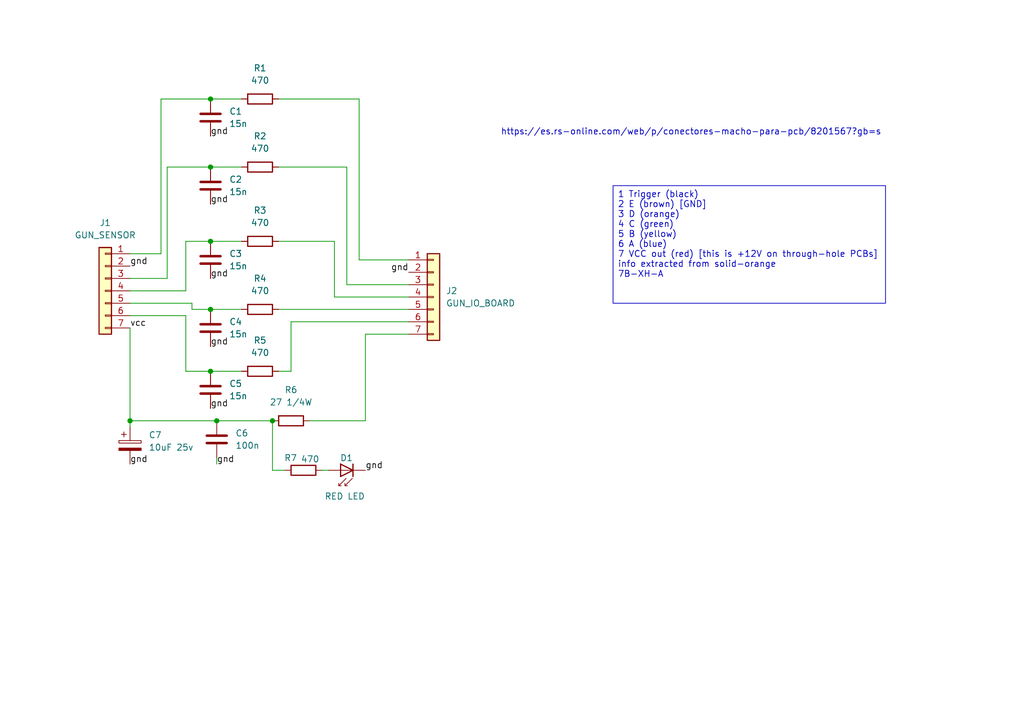
<source format=kicad_sch>
(kicad_sch (version 20231120) (generator "eeschema") (generator_version "8.0")
  (paper "A5")
  (title_block (title "GunType2 protect board sensor") (date "2024-05-29") (rev "1.00") (company "KabukiFlux"))
  (lib_symbols
    (symbol "Connector_Generic:Conn_01x07" (pin_names (offset 1.016) hide)
      (property "Reference" "J" (at 0 10.16 0))
      (property "Value" "Conn_01x07" (at 0 -10.16 0))
      (symbol "Conn_01x07_1_1"
        (rectangle (start -1.27 -7.493) (end 0 -7.747) (stroke (width 0.1524)))
        (rectangle (start -1.27 -4.953) (end 0 -5.207) (stroke (width 0.1524)))
        (rectangle (start -1.27 -2.413) (end 0 -2.667) (stroke (width 0.1524)))
        (rectangle (start -1.27 0.127) (end 0 -0.127) (stroke (width 0.1524)))
        (rectangle (start -1.27 2.667) (end 0 2.413) (stroke (width 0.1524)))
        (rectangle (start -1.27 5.207) (end 0 4.953) (stroke (width 0.1524)))
        (rectangle (start -1.27 7.747) (end 0 7.493) (stroke (width 0.1524)))
        (rectangle (start -1.27 8.89) (end 1.27 -8.89) (stroke (width 0.254)) (fill (type background)))
        (pin passive line (at -5.08 7.62 0) (length 3.81) (name "Pin_1") (number "1"))
        (pin passive line (at -5.08 5.08 0) (length 3.81) (name "Pin_2") (number "2"))
        (pin passive line (at -5.08 2.54 0) (length 3.81) (name "Pin_3") (number "3"))
        (pin passive line (at -5.08 0 0) (length 3.81) (name "Pin_4") (number "4"))
        (pin passive line (at -5.08 -2.54 0) (length 3.81) (name "Pin_5") (number "5"))
        (pin passive line (at -5.08 -5.08 0) (length 3.81) (name "Pin_6") (number "6"))
        (pin passive line (at -5.08 -7.62 0) (length 3.81) (name "Pin_7") (number "7"))
      )
    )
    (symbol "Device:C" (pin_numbers hide) (pin_names (offset 0.254))
      (property "Reference" "C" (at 0.635 2.54 0))
      (property "Value" "C" (at 0.635 -2.54 0))
      (symbol "C_0_1"
        (polyline (pts (xy -2.032 -0.762) (xy 2.032 -0.762)) (stroke (width 0.508)))
        (polyline (pts (xy -2.032 0.762) (xy 2.032 0.762)) (stroke (width 0.508)))
      )
      (symbol "C_1_1"
        (pin passive line (at 0 3.81 270) (length 2.794) (name "~") (number "1"))
        (pin passive line (at 0 -3.81 90) (length 2.794) (name "~") (number "2"))
      )
    )
    (symbol "Device:C_Polarized" (pin_numbers hide) (pin_names (offset 0.254))
      (property "Reference" "C" (at 0.635 2.54 0))
      (property "Value" "C_Polarized" (at 0.635 -2.54 0))
      (symbol "C_Polarized_0_1"
        (rectangle (start -2.286 0.508) (end 2.286 1.016))
        (polyline (pts (xy -1.778 2.286) (xy -0.762 2.286)))
        (polyline (pts (xy -1.27 2.794) (xy -1.27 1.778)))
        (rectangle (start 2.286 -0.508) (end -2.286 -1.016) (fill (type outline)))
      )
      (symbol "C_Polarized_1_1"
        (pin passive line (at 0 3.81 270) (length 2.794) (name "~") (number "1"))
        (pin passive line (at 0 -3.81 90) (length 2.794) (name "~") (number "2"))
      )
    )
    (symbol "Device:R" (pin_numbers hide) (pin_names (offset 0))
      (property "Reference" "R" (at 2.032 0 90))
      (property "Value" "R" (at 0 0 90))
      (symbol "R_0_1"
        (rectangle (start -1.016 -2.54) (end 1.016 2.54) (stroke (width 0.254)))
      )
      (symbol "R_1_1"
        (pin passive line (at 0 3.81 270) (length 1.27) (name "~") (number "1"))
        (pin passive line (at 0 -3.81 90) (length 1.27) (name "~") (number "2"))
      )
    )
    (symbol "LED:SFH4550" (pin_numbers hide) (pin_names (offset 1.016) hide)
      (property "Reference" "D" (at 0.508 1.778 0))
      (property "Value" "SFH4550" (at -1.016 -2.794 0))
      (symbol "SFH4550_0_1"
        (polyline (pts (xy -2.54 1.27) (xy -2.54 -1.27)) (stroke (width 0.254)))
        (polyline (pts (xy 0 0) (xy -2.54 0)))
        (polyline (pts (xy 0.381 3.175) (xy -0.127 3.175)))
        (polyline (pts (xy -1.143 1.651) (xy 0.381 3.175) (xy 0.381 2.667)))
        (polyline (pts (xy 0 -1.27) (xy -2.54 0) (xy 0 1.27) (xy 0 -1.27)) (stroke (width 0.254)))
        (polyline (pts (xy -2.413 1.651) (xy -0.889 3.175) (xy -0.889 2.667) (xy -0.889 3.175) (xy -1.397 3.175)))
      )
      (symbol "SFH4550_1_1"
        (pin passive line (at -5.08 0 0) (length 2.54) (name "K") (number "1"))
        (pin passive line (at 2.54 0 180) (length 2.54) (name "A") (number "2"))
      )
    )
  )
  (junction (at 43.18 34.29))
  (junction (at 55.88 86.36))
  (junction (at 43.18 76.2))
  (junction (at 26.67 86.36))
  (junction (at 43.18 49.53))
  (junction (at 44.45 86.36))
  (junction (at 43.18 20.32))
  (junction (at 43.18 63.5))
  (wire (pts (xy 43.18 34.29) (xy 34.29 34.29)))
  (wire (pts (xy 71.12 58.42) (xy 83.82 58.42)))
  (wire (pts (xy 71.12 34.29) (xy 71.12 58.42)))
  (wire (pts (xy 59.69 76.2) (xy 59.69 66.04)))
  (wire (pts (xy 34.29 34.29) (xy 34.29 57.15)))
  (wire (pts (xy 26.67 86.36) (xy 26.67 67.31)))
  (wire (pts (xy 38.1 49.53) (xy 38.1 59.69)))
  (wire (pts (xy 26.67 59.69) (xy 38.1 59.69)))
  (wire (pts (xy 55.88 86.36) (xy 44.45 86.36)))
  (wire (pts (xy 55.88 86.36) (xy 55.88 96.52)))
  (wire (pts (xy 39.37 63.5) (xy 43.18 63.5)))
  (wire (pts (xy 55.88 96.52) (xy 58.42 96.52)))
  (wire (pts (xy 68.58 49.53) (xy 57.15 49.53)))
  (wire (pts (xy 43.18 49.53) (xy 49.53 49.53)))
  (wire (pts (xy 39.37 63.5) (xy 39.37 62.23)))
  (wire (pts (xy 74.93 68.58) (xy 83.82 68.58)))
  (wire (pts (xy 49.53 34.29) (xy 43.18 34.29)))
  (wire (pts (xy 26.67 64.77) (xy 38.1 64.77)))
  (wire (pts (xy 66.04 96.52) (xy 67.31 96.52)))
  (wire (pts (xy 57.15 63.5) (xy 83.82 63.5)))
  (wire (pts (xy 38.1 76.2) (xy 43.18 76.2)))
  (wire (pts (xy 68.58 60.96) (xy 83.82 60.96)))
  (wire (pts (xy 73.66 20.32) (xy 73.66 53.34)))
  (wire (pts (xy 73.66 53.34) (xy 83.82 53.34)))
  (wire (pts (xy 26.67 52.07) (xy 33.02 52.07)))
  (wire (pts (xy 33.02 20.32) (xy 33.02 52.07)))
  (wire (pts (xy 74.93 86.36) (xy 74.93 68.58)))
  (wire (pts (xy 26.67 57.15) (xy 34.29 57.15)))
  (wire (pts (xy 26.67 86.36) (xy 26.67 87.63)))
  (wire (pts (xy 49.53 20.32) (xy 43.18 20.32)))
  (wire (pts (xy 68.58 60.96) (xy 68.58 49.53)))
  (wire (pts (xy 44.45 95.25) (xy 44.45 93.98)))
  (wire (pts (xy 74.93 86.36) (xy 63.5 86.36)))
  (wire (pts (xy 43.18 20.32) (xy 33.02 20.32)))
  (wire (pts (xy 38.1 49.53) (xy 43.18 49.53)))
  (wire (pts (xy 43.18 63.5) (xy 49.53 63.5)))
  (wire (pts (xy 26.67 86.36) (xy 44.45 86.36)))
  (wire (pts (xy 38.1 64.77) (xy 38.1 76.2)))
  (wire (pts (xy 43.18 76.2) (xy 49.53 76.2)))
  (wire (pts (xy 73.66 20.32) (xy 57.15 20.32)))
  (wire (pts (xy 57.15 34.29) (xy 71.12 34.29)))
  (wire (pts (xy 39.37 62.23) (xy 26.67 62.23)))
  (wire (pts (xy 59.69 66.04) (xy 83.82 66.04)))
  (wire (pts (xy 57.15 76.2) (xy 59.69 76.2)))
  (text_box "1 Trigger (black)\n2 E (brown) [GND]\n3 D (orange)\n4 C (green)\n5 B (yellow)\n6 A (blue)\n7 VCC out (red) [this is +12V on through-hole PCBs]\ninfo extracted from solid-orange\n7B-XH-A" (at 125.73 38.1 0) (size 55.88 24.13) (effects (font (size 1.27 1.27)) (justify left top)))
  (text "https://es.rs-online.com/web/p/conectores-macho-para-pcb/8201567?gb=s" (at 141.732 27.178 0) (effects (font (size 1.27 1.27))))
  (label "gnd" (at 43.18 71.12 0))
  (label "gnd" (at 83.82 55.88 180))
  (label "gnd" (at 43.18 83.82 0))
  (label "gnd" (at 74.93 96.52 0))
  (label "vcc" (at 26.67 67.31 0))
  (label "gnd" (at 43.18 27.94 0))
  (label "gnd" (at 43.18 41.91 0))
  (label "gnd" (at 26.67 95.25 0))
  (label "gnd" (at 43.18 57.15 0))
  (label "gnd" (at 44.45 95.25 0))
  (label "gnd" (at 26.67 54.61 0))
  (symbol (lib_id "Device:C") (at 43.18 53.34 180) (unit 1)
    (property "Reference" "C3" (at 46.99 52.0699 0) (effects (justify right)))
    (property "Value" "15n" (at 46.99 54.6099 0) (effects (justify right)))
    (property "Footprint" "Capacitor_THT:C_Disc_D3.4mm_W2.1mm_P2.50mm" (effects (hide yes)))
    (property "Description" "Unpolarized capacitor" (effects (hide yes)))
  )
  (symbol (lib_id "Device:R") (at 53.34 49.53 90) (unit 1)
    (property "Reference" "R3" (at 53.34 43.18 90))
    (property "Value" "470" (at 53.34 45.72 90))
    (property "Footprint" "Resistor_THT:R_Axial_DIN0207_L6.3mm_D2.5mm_P10.16mm_Horizontal" (effects (hide yes)))
    (property "Description" "Resistor" (effects (hide yes)))
  )
  (symbol (lib_id "Device:R") (at 62.23 96.52 90) (unit 1)
    (property "Reference" "R7" (at 60.9599 93.98 90) (effects (justify left)))
    (property "Value" "470" (at 65.532 94.234 90) (effects (justify left)))
    (property "Footprint" "Resistor_THT:R_Axial_DIN0207_L6.3mm_D2.5mm_P10.16mm_Horizontal" (effects (hide yes)))
    (property "Description" "Resistor" (effects (hide yes)))
  )
  (symbol (lib_id "Device:C_Polarized") (at 26.67 91.44 0) (unit 1)
    (property "Reference" "C7" (at 30.48 89.2809 0) (effects (justify left)))
    (property "Value" "10uF 25v" (at 30.48 91.8209 0) (effects (justify left)))
    (property "Footprint" "Capacitor_THT:CP_Radial_D6.3mm_P2.50mm" (effects (hide yes)))
    (property "Description" "Polarized capacitor" (effects (hide yes)))
  )
  (symbol (lib_id "Device:R") (at 59.69 86.36 90) (unit 1)
    (property "Reference" "R6" (at 59.69 80.01 90))
    (property "Value" "27 1/4W" (at 59.69 82.55 90))
    (property "Footprint" "Resistor_THT:R_Axial_DIN0207_L6.3mm_D2.5mm_P10.16mm_Horizontal" (effects (hide yes)))
    (property "Description" "Resistor" (effects (hide yes)))
  )
  (symbol (lib_id "Device:C") (at 44.45 90.17 180) (unit 1)
    (property "Reference" "C6" (at 48.26 88.8999 0) (effects (justify right)))
    (property "Value" "100n" (at 48.26 91.4399 0) (effects (justify right)))
    (property "Footprint" "Capacitor_THT:C_Disc_D3.4mm_W2.1mm_P2.50mm" (effects (hide yes)))
    (property "Description" "Unpolarized capacitor" (effects (hide yes)))
  )
  (symbol (lib_id "Device:C") (at 43.18 24.13 0) (unit 1)
    (property "Reference" "C1" (at 46.99 22.8599 0) (effects (justify left)))
    (property "Value" "15n" (at 46.99 25.3999 0) (effects (justify left)))
    (property "Footprint" "Capacitor_THT:C_Disc_D3.4mm_W2.1mm_P2.50mm" (effects (hide yes)))
    (property "Description" "Unpolarized capacitor" (effects (hide yes)))
  )
  (symbol (lib_id "Device:R") (at 53.34 20.32 90) (unit 1)
    (property "Reference" "R1" (at 53.34 13.97 90))
    (property "Value" "470" (at 53.34 16.51 90))
    (property "Footprint" "Resistor_THT:R_Axial_DIN0207_L6.3mm_D2.5mm_P10.16mm_Horizontal" (effects (hide yes)))
    (property "Description" "Resistor" (effects (hide yes)))
  )
  (symbol (lib_id "Device:C") (at 43.18 38.1 180) (unit 1)
    (property "Reference" "C2" (at 46.99 36.8299 0) (effects (justify right)))
    (property "Value" "15n" (at 46.99 39.3699 0) (effects (justify right)))
    (property "Footprint" "Capacitor_THT:C_Disc_D3.4mm_W2.1mm_P2.50mm" (effects (hide yes)))
    (property "Description" "Unpolarized capacitor" (effects (hide yes)))
  )
  (symbol (lib_id "LED:SFH4550") (at 69.85 96.52 180) (unit 1)
    (property "Reference" "D1" (at 69.7229 93.98 0) (effects (justify right)))
    (property "Value" "RED LED" (at 66.548 101.854 0) (effects (justify right)))
    (property "Footprint" "LED_THT:LED_D5.0mm_IRGrey" (effects (hide yes)))
    (property "Datasheet" "http://www.osram-os.com/Graphics/XPic3/00116140_0.pdf" (effects (hide yes)))
    (property "Description" "950nm High-Power IR-LED, 5mm" (effects (hide yes)))
  )
  (symbol (lib_id "Device:C") (at 43.18 67.31 180) (unit 1)
    (property "Reference" "C4" (at 46.99 66.0399 0) (effects (justify right)))
    (property "Value" "15n" (at 46.99 68.5799 0) (effects (justify right)))
    (property "Footprint" "Capacitor_THT:C_Disc_D3.4mm_W2.1mm_P2.50mm" (effects (hide yes)))
    (property "Description" "Unpolarized capacitor" (effects (hide yes)))
  )
  (symbol (lib_id "Device:R") (at 53.34 76.2 90) (unit 1)
    (property "Reference" "R5" (at 53.34 69.85 90))
    (property "Value" "470" (at 53.34 72.39 90))
    (property "Footprint" "Resistor_THT:R_Axial_DIN0207_L6.3mm_D2.5mm_P10.16mm_Horizontal" (effects (hide yes)))
    (property "Description" "Resistor" (effects (hide yes)))
  )
  (symbol (lib_id "Connector_Generic:Conn_01x07") (at 21.59 59.69 0) (mirror y) (unit 1)
    (property "Reference" "J1" (at 21.59 45.72 0))
    (property "Value" "GUN_SENSOR" (at 21.59 48.26 0))
    (property "Footprint" "Connector_JST:JST_XH_B7B-XH-A_1x07_P2.50mm_Vertical" (effects (hide yes)))
    (property "Description" "Generic connector, single row, 01x07, script generated (kicad-library-utils/schlib/autogen/connector/)" (effects (hide yes)))
  )
  (symbol (lib_id "Device:R") (at 53.34 34.29 90) (unit 1)
    (property "Reference" "R2" (at 53.34 27.94 90))
    (property "Value" "470" (at 53.34 30.48 90))
    (property "Footprint" "Resistor_THT:R_Axial_DIN0207_L6.3mm_D2.5mm_P10.16mm_Horizontal" (effects (hide yes)))
    (property "Description" "Resistor" (effects (hide yes)))
  )
  (symbol (lib_id "Device:R") (at 53.34 63.5 90) (unit 1)
    (property "Reference" "R4" (at 53.34 57.15 90))
    (property "Value" "470" (at 53.34 59.69 90))
    (property "Footprint" "Resistor_THT:R_Axial_DIN0207_L6.3mm_D2.5mm_P10.16mm_Horizontal" (effects (hide yes)))
    (property "Description" "Resistor" (effects (hide yes)))
  )
  (symbol (lib_id "Connector_Generic:Conn_01x07") (at 88.9 60.96 0) (unit 1)
    (property "Reference" "J2" (at 91.44 59.6899 0) (effects (justify left)))
    (property "Value" "GUN_IO_BOARD" (at 91.44 62.2299 0) (effects (justify left)))
    (property "Footprint" "Connector_PinHeader_2.54mm:PinHeader_1x07_P2.54mm_Vertical" (effects (hide yes)))
    (property "Description" "Generic connector, single row, 01x07, script generated (kicad-library-utils/schlib/autogen/connector/)" (effects (hide yes)))
  )
  (symbol (lib_id "Device:C") (at 43.18 80.01 180) (unit 1)
    (property "Reference" "C5" (at 46.99 78.7399 0) (effects (justify right)))
    (property "Value" "15n" (at 46.99 81.2799 0) (effects (justify right)))
    (property "Footprint" "Capacitor_THT:C_Disc_D3.4mm_W2.1mm_P2.50mm" (effects (hide yes)))
    (property "Description" "Unpolarized capacitor" (effects (hide yes)))
  )
)
</source>
